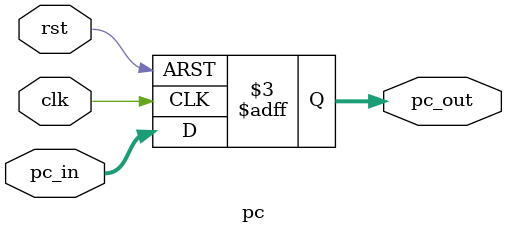
<source format=v>
/* pc.v
 * Program counter
 * Written by Daniel Gallegos and Brandon Ortiz
 * CSC142, Fall 2014, CSUS
*/

module pc(clk, rst, pc_in, pc_out);

//Parameters
parameter INST_ADDR_WIDTH = 16;

// I/O ports
input clk, rst;
input [INST_ADDR_WIDTH - 1:0] pc_in;

//Output defined as register
output reg [INST_ADDR_WIDTH-1:0] pc_out;

always @(posedge clk or negedge rst)
begin
    if (!rst)
    begin        
        pc_out <= 0;
    end
    else
    begin        
        pc_out <= pc_in;   
        $display("PC =%d", pc_in);
    end
end

endmodule

//-----------------------------END OF FILE-------------------------------------

</source>
